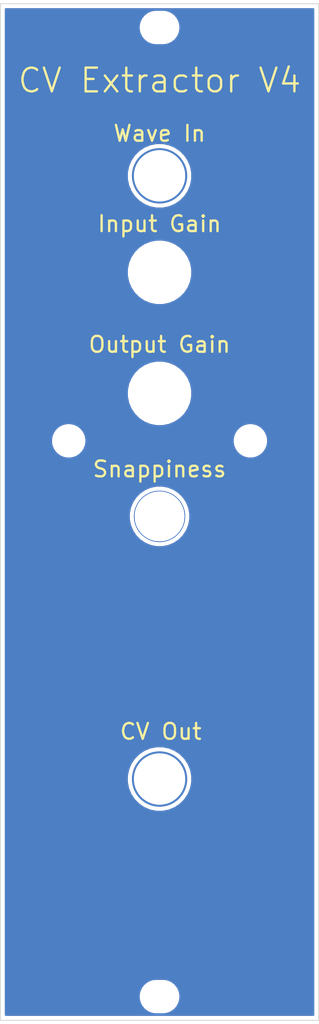
<source format=kicad_pcb>
(kicad_pcb (version 20171130) (host pcbnew 5.1.7-a382d34a8~88~ubuntu18.04.1)

  (general
    (thickness 1.6)
    (drawings 10)
    (tracks 0)
    (zones 0)
    (modules 9)
    (nets 1)
  )

  (page A4)
  (layers
    (0 F.Cu signal)
    (31 B.Cu signal)
    (32 B.Adhes user)
    (33 F.Adhes user)
    (34 B.Paste user)
    (35 F.Paste user)
    (36 B.SilkS user)
    (37 F.SilkS user)
    (38 B.Mask user)
    (39 F.Mask user)
    (40 Dwgs.User user)
    (41 Cmts.User user)
    (42 Eco1.User user)
    (43 Eco2.User user)
    (44 Edge.Cuts user)
    (45 Margin user)
    (46 B.CrtYd user)
    (47 F.CrtYd user)
    (48 B.Fab user)
    (49 F.Fab user)
  )

  (setup
    (last_trace_width 0.25)
    (trace_clearance 0.2)
    (zone_clearance 0.508)
    (zone_45_only no)
    (trace_min 0.2)
    (via_size 0.8)
    (via_drill 0.4)
    (via_min_size 0.4)
    (via_min_drill 0.3)
    (uvia_size 0.3)
    (uvia_drill 0.1)
    (uvias_allowed no)
    (uvia_min_size 0.2)
    (uvia_min_drill 0.1)
    (edge_width 0.05)
    (segment_width 0.2)
    (pcb_text_width 0.3)
    (pcb_text_size 1.5 1.5)
    (mod_edge_width 0.12)
    (mod_text_size 1 1)
    (mod_text_width 0.15)
    (pad_size 1.524 1.524)
    (pad_drill 0.762)
    (pad_to_mask_clearance 0)
    (aux_axis_origin 0 0)
    (visible_elements FFFFFF7F)
    (pcbplotparams
      (layerselection 0x010fc_ffffffff)
      (usegerberextensions false)
      (usegerberattributes true)
      (usegerberadvancedattributes true)
      (creategerberjobfile true)
      (excludeedgelayer true)
      (linewidth 0.100000)
      (plotframeref false)
      (viasonmask false)
      (mode 1)
      (useauxorigin false)
      (hpglpennumber 1)
      (hpglpenspeed 20)
      (hpglpendiameter 15.000000)
      (psnegative false)
      (psa4output false)
      (plotreference true)
      (plotvalue true)
      (plotinvisibletext false)
      (padsonsilk false)
      (subtractmaskfromsilk false)
      (outputformat 1)
      (mirror false)
      (drillshape 0)
      (scaleselection 1)
      (outputdirectory "gerbers-front-panel/"))
  )

  (net 0 "")

  (net_class Default "This is the default net class."
    (clearance 0.2)
    (trace_width 0.25)
    (via_dia 0.8)
    (via_drill 0.4)
    (uvia_dia 0.3)
    (uvia_drill 0.1)
  )

  (module MountingHole:MountingHole_3.2mm_M3 (layer F.Cu) (tedit 56D1B4CB) (tstamp 625FC264)
    (at 88.5 61)
    (descr "Mounting Hole 3.2mm, no annular, M3")
    (tags "mounting hole 3.2mm no annular m3")
    (attr virtual)
    (fp_text reference REF** (at 0 -4.2) (layer F.SilkS) hide
      (effects (font (size 1 1) (thickness 0.15)))
    )
    (fp_text value MountingHole_3.2mm_M3 (at 0 4.2) (layer F.Fab) hide
      (effects (font (size 1 1) (thickness 0.15)))
    )
    (fp_circle (center 0 0) (end 3.45 0) (layer F.CrtYd) (width 0.05))
    (fp_circle (center 0 0) (end 3.2 0) (layer Cmts.User) (width 0.15))
    (fp_text user %R (at 0.3 0) (layer F.Fab) hide
      (effects (font (size 1 1) (thickness 0.15)))
    )
    (pad 1 np_thru_hole circle (at 0 0) (size 3.2 3.2) (drill 3.2) (layers *.Cu *.Mask))
  )

  (module MountingHole:MountingHole_3.2mm_M3 (layer F.Cu) (tedit 56D1B4CB) (tstamp 625FC219)
    (at 111.5 61)
    (descr "Mounting Hole 3.2mm, no annular, M3")
    (tags "mounting hole 3.2mm no annular m3")
    (attr virtual)
    (fp_text reference REF** (at 0 -4.2) (layer F.SilkS) hide
      (effects (font (size 1 1) (thickness 0.15)))
    )
    (fp_text value MountingHole_3.2mm_M3 (at 0 4.2) (layer F.Fab) hide
      (effects (font (size 1 1) (thickness 0.15)))
    )
    (fp_text user %R (at 0.3 0) (layer F.Fab) hide
      (effects (font (size 1 1) (thickness 0.15)))
    )
    (fp_circle (center 0 0) (end 3.2 0) (layer Cmts.User) (width 0.15))
    (fp_circle (center 0 0) (end 3.45 0) (layer F.CrtYd) (width 0.05))
    (pad 1 np_thru_hole circle (at 0 0) (size 3.2 3.2) (drill 3.2) (layers *.Cu *.Mask))
  )

  (module MountingHole_7.0mm_PTV09 (layer F.Cu) (tedit 60599206) (tstamp 62600B10)
    (at 100 55)
    (descr "Mounting Hole 6.4mm, no annular, M6")
    (tags "mounting hole 6.4mm no annular m6")
    (attr virtual)
    (fp_text reference "" (at 0 -7.4) (layer F.SilkS) hide
      (effects (font (size 1 1) (thickness 0.15)))
    )
    (fp_text value "" (at 0 7.4) (layer F.Fab) hide
      (effects (font (size 1 1) (thickness 0.15)))
    )
    (fp_circle (center 0 0) (end 7.4 0) (layer Cmts.User) (width 0.15))
    (fp_circle (center 0 0) (end 7.65 0) (layer F.CrtYd) (width 0.05))
    (fp_text user %R (at 0.3 0) (layer F.Fab) hide
      (effects (font (size 1 1) (thickness 0.15)))
    )
    (pad "" np_thru_hole circle (at 0 0) (size 7 7) (drill 7) (layers *.Cu *.Mask))
  )

  (module MountingHole_7.0mm_PTV09 (layer F.Cu) (tedit 60599206) (tstamp 62600A6B)
    (at 100 39.7)
    (descr "Mounting Hole 6.4mm, no annular, M6")
    (tags "mounting hole 6.4mm no annular m6")
    (attr virtual)
    (fp_text reference "" (at 0 -7.4) (layer F.SilkS) hide
      (effects (font (size 1 1) (thickness 0.15)))
    )
    (fp_text value "" (at 0 7.4) (layer F.Fab) hide
      (effects (font (size 1 1) (thickness 0.15)))
    )
    (fp_circle (center 0 0) (end 7.4 0) (layer Cmts.User) (width 0.15))
    (fp_circle (center 0 0) (end 7.65 0) (layer F.CrtYd) (width 0.05))
    (fp_text user %R (at 0.3 0) (layer F.Fab) hide
      (effects (font (size 1 1) (thickness 0.15)))
    )
    (pad "" np_thru_hole circle (at 0 0) (size 7 7) (drill 7) (layers *.Cu *.Mask))
  )

  (module MountingHole-dual-pot-P120 (layer F.Cu) (tedit 6178FCE0) (tstamp 626009C9)
    (at 100 80.55)
    (fp_text reference "" (at 0.3 -5.9) (layer F.SilkS)
      (effects (font (size 1 1) (thickness 0.15)))
    )
    (fp_text value "" (at -0.127 -15.24) (layer F.Fab)
      (effects (font (size 1 1) (thickness 0.15)))
    )
    (pad 1 thru_hole circle (at 0 -10) (size 6.5 6.5) (drill 6.3) (layers *.Cu *.Mask))
  )

  (module MountingHole-mono-jack-thonk (layer F.Cu) (tedit 625F5972) (tstamp 62600919)
    (at 100 27.5 180)
    (fp_text reference "" (at -0.1 -2.7 180) (layer F.SilkS)
      (effects (font (size 1 1) (thickness 0.15)))
    )
    (fp_text value "" (at 0.9 2.4) (layer F.Fab) hide
      (effects (font (size 1 1) (thickness 0.15)))
    )
    (pad "" thru_hole circle (at 0 0 180) (size 7 7) (drill 6.5) (layers *.Cu *.Mask))
  )

  (module MountingHole-mono-jack-thonk (layer F.Cu) (tedit 625F5972) (tstamp 62600869)
    (at 100 103.75 180)
    (fp_text reference "" (at -0.1 -2.7 180) (layer F.SilkS)
      (effects (font (size 1 1) (thickness 0.15)))
    )
    (fp_text value "" (at 0.9 2.4) (layer F.Fab) hide
      (effects (font (size 1 1) (thickness 0.15)))
    )
    (pad "" thru_hole circle (at 0 0 180) (size 7 7) (drill 6.5) (layers *.Cu *.Mask))
  )

  (module MountingHole_M3_slot (layer F.Cu) (tedit 60591B00) (tstamp 626007B6)
    (at 100 8.75)
    (descr "Mounting Hole 3.2mm, no annular, M3")
    (tags "mounting hole 3.2mm no annular m3")
    (attr virtual)
    (fp_text reference "" (at 0 -4.2) (layer F.SilkS) hide
      (effects (font (size 1 1) (thickness 0.15)))
    )
    (fp_text value "" (at 0 4.2) (layer F.Fab) hide
      (effects (font (size 1 1) (thickness 0.15)))
    )
    (fp_circle (center 0 0) (end 3.2 0) (layer Cmts.User) (width 0.15))
    (fp_circle (center 0 0) (end 3.45 0) (layer F.CrtYd) (width 0.05))
    (fp_text user %R (at 0.3 0) (layer F.Fab) hide
      (effects (font (size 1 1) (thickness 0.15)))
    )
    (pad "" np_thru_hole oval (at 0 0) (size 4 3.200001) (drill oval 4 3.200001) (layers *.Cu *.Mask))
  )

  (module MountingHole_M3_slot (layer F.Cu) (tedit 60591B00) (tstamp 62600711)
    (at 100 131.25)
    (descr "Mounting Hole 3.2mm, no annular, M3")
    (tags "mounting hole 3.2mm no annular m3")
    (attr virtual)
    (fp_text reference "" (at 0 -4.2) (layer F.SilkS) hide
      (effects (font (size 1 1) (thickness 0.15)))
    )
    (fp_text value "" (at 0 4.2) (layer F.Fab) hide
      (effects (font (size 1 1) (thickness 0.15)))
    )
    (fp_circle (center 0 0) (end 3.2 0) (layer Cmts.User) (width 0.15))
    (fp_circle (center 0 0) (end 3.45 0) (layer F.CrtYd) (width 0.05))
    (fp_text user %R (at 0.3 0) (layer F.Fab) hide
      (effects (font (size 1 1) (thickness 0.15)))
    )
    (pad "" np_thru_hole oval (at 0 0) (size 4 3.200001) (drill oval 4 3.200001) (layers *.Cu *.Mask))
  )

  (gr_text "CV Extractor V4" (at 100 15.45) (layer F.SilkS)
    (effects (font (size 3 3) (thickness 0.3)))
  )
  (gr_text "CV Out" (at 100.15 97.75) (layer F.SilkS) (tstamp 625F59F8)
    (effects (font (size 2 2) (thickness 0.3)))
  )
  (gr_text Snappiness (at 100 64.575) (layer F.SilkS) (tstamp 625F59F5)
    (effects (font (size 2 2) (thickness 0.3)))
  )
  (gr_text "Output Gain" (at 100 48.825) (layer F.SilkS) (tstamp 625F59E3)
    (effects (font (size 2 2) (thickness 0.3)))
  )
  (gr_text "Input Gain" (at 100 33.575) (layer F.SilkS) (tstamp 625F59DA)
    (effects (font (size 2 2) (thickness 0.3)))
  )
  (gr_text "Wave In" (at 100 22.15) (layer F.SilkS)
    (effects (font (size 2 2) (thickness 0.3)))
  )
  (gr_line (start 79.85 134.25) (end 79.85 5.75) (layer Edge.Cuts) (width 0.1))
  (gr_line (start 120.15 134.25) (end 79.85 134.25) (layer Edge.Cuts) (width 0.1))
  (gr_line (start 120.15 5.75) (end 120.15 134.25) (layer Edge.Cuts) (width 0.1))
  (gr_line (start 79.85 5.75) (end 120.15 5.75) (layer Edge.Cuts) (width 0.1))

  (zone (net 0) (net_name "") (layer F.Cu) (tstamp 0) (hatch edge 0.508)
    (connect_pads (clearance 0.508))
    (min_thickness 0.254)
    (fill yes (arc_segments 32) (thermal_gap 0.508) (thermal_bridge_width 0.508))
    (polygon
      (pts
        (xy 79.799999 5.699999) (xy 120.200001 5.699999) (xy 120.200001 134.300001) (xy 79.799999 134.300001)
      )
    )
    (filled_polygon
      (pts
        (xy 119.465001 133.565) (xy 80.535 133.565) (xy 80.535 131.25) (xy 97.354186 131.25) (xy 97.397339 131.688137)
        (xy 97.525138 132.109436) (xy 97.732674 132.497707) (xy 98.01197 132.83803) (xy 98.352293 133.117326) (xy 98.740564 133.324862)
        (xy 99.161863 133.452661) (xy 99.490204 133.485) (xy 100.509796 133.485) (xy 100.838137 133.452661) (xy 101.259436 133.324862)
        (xy 101.647707 133.117326) (xy 101.98803 132.83803) (xy 102.267326 132.497707) (xy 102.474862 132.109436) (xy 102.602661 131.688137)
        (xy 102.645814 131.25) (xy 102.602661 130.811863) (xy 102.474862 130.390564) (xy 102.267326 130.002293) (xy 101.98803 129.66197)
        (xy 101.647707 129.382674) (xy 101.259436 129.175138) (xy 100.838137 129.047339) (xy 100.509796 129.015) (xy 99.490204 129.015)
        (xy 99.161863 129.047339) (xy 98.740564 129.175138) (xy 98.352293 129.382674) (xy 98.01197 129.66197) (xy 97.732674 130.002293)
        (xy 97.525138 130.390564) (xy 97.397339 130.811863) (xy 97.354186 131.25) (xy 80.535 131.25) (xy 80.535 103.342738)
        (xy 95.865 103.342738) (xy 95.865 104.157262) (xy 96.023906 104.956135) (xy 96.335611 105.708657) (xy 96.788136 106.385909)
        (xy 97.364091 106.961864) (xy 98.041343 107.414389) (xy 98.793865 107.726094) (xy 99.592738 107.885) (xy 100.407262 107.885)
        (xy 101.206135 107.726094) (xy 101.958657 107.414389) (xy 102.635909 106.961864) (xy 103.211864 106.385909) (xy 103.664389 105.708657)
        (xy 103.976094 104.956135) (xy 104.135 104.157262) (xy 104.135 103.342738) (xy 103.976094 102.543865) (xy 103.664389 101.791343)
        (xy 103.211864 101.114091) (xy 102.635909 100.538136) (xy 101.958657 100.085611) (xy 101.206135 99.773906) (xy 100.407262 99.615)
        (xy 99.592738 99.615) (xy 98.793865 99.773906) (xy 98.041343 100.085611) (xy 97.364091 100.538136) (xy 96.788136 101.114091)
        (xy 96.335611 101.791343) (xy 96.023906 102.543865) (xy 95.865 103.342738) (xy 80.535 103.342738) (xy 80.535 70.167361)
        (xy 96.115 70.167361) (xy 96.115 70.932639) (xy 96.264298 71.683213) (xy 96.557158 72.390238) (xy 96.982323 73.026543)
        (xy 97.523457 73.567677) (xy 98.159762 73.992842) (xy 98.866787 74.285702) (xy 99.617361 74.435) (xy 100.382639 74.435)
        (xy 101.133213 74.285702) (xy 101.840238 73.992842) (xy 102.476543 73.567677) (xy 103.017677 73.026543) (xy 103.442842 72.390238)
        (xy 103.735702 71.683213) (xy 103.885 70.932639) (xy 103.885 70.167361) (xy 103.735702 69.416787) (xy 103.442842 68.709762)
        (xy 103.017677 68.073457) (xy 102.476543 67.532323) (xy 101.840238 67.107158) (xy 101.133213 66.814298) (xy 100.382639 66.665)
        (xy 99.617361 66.665) (xy 98.866787 66.814298) (xy 98.159762 67.107158) (xy 97.523457 67.532323) (xy 96.982323 68.073457)
        (xy 96.557158 68.709762) (xy 96.264298 69.416787) (xy 96.115 70.167361) (xy 80.535 70.167361) (xy 80.535 60.779872)
        (xy 86.265 60.779872) (xy 86.265 61.220128) (xy 86.35089 61.651925) (xy 86.519369 62.058669) (xy 86.763962 62.424729)
        (xy 87.075271 62.736038) (xy 87.441331 62.980631) (xy 87.848075 63.14911) (xy 88.279872 63.235) (xy 88.720128 63.235)
        (xy 89.151925 63.14911) (xy 89.558669 62.980631) (xy 89.924729 62.736038) (xy 90.236038 62.424729) (xy 90.480631 62.058669)
        (xy 90.64911 61.651925) (xy 90.735 61.220128) (xy 90.735 60.779872) (xy 109.265 60.779872) (xy 109.265 61.220128)
        (xy 109.35089 61.651925) (xy 109.519369 62.058669) (xy 109.763962 62.424729) (xy 110.075271 62.736038) (xy 110.441331 62.980631)
        (xy 110.848075 63.14911) (xy 111.279872 63.235) (xy 111.720128 63.235) (xy 112.151925 63.14911) (xy 112.558669 62.980631)
        (xy 112.924729 62.736038) (xy 113.236038 62.424729) (xy 113.480631 62.058669) (xy 113.64911 61.651925) (xy 113.735 61.220128)
        (xy 113.735 60.779872) (xy 113.64911 60.348075) (xy 113.480631 59.941331) (xy 113.236038 59.575271) (xy 112.924729 59.263962)
        (xy 112.558669 59.019369) (xy 112.151925 58.85089) (xy 111.720128 58.765) (xy 111.279872 58.765) (xy 110.848075 58.85089)
        (xy 110.441331 59.019369) (xy 110.075271 59.263962) (xy 109.763962 59.575271) (xy 109.519369 59.941331) (xy 109.35089 60.348075)
        (xy 109.265 60.779872) (xy 90.735 60.779872) (xy 90.64911 60.348075) (xy 90.480631 59.941331) (xy 90.236038 59.575271)
        (xy 89.924729 59.263962) (xy 89.558669 59.019369) (xy 89.151925 58.85089) (xy 88.720128 58.765) (xy 88.279872 58.765)
        (xy 87.848075 58.85089) (xy 87.441331 59.019369) (xy 87.075271 59.263962) (xy 86.763962 59.575271) (xy 86.519369 59.941331)
        (xy 86.35089 60.348075) (xy 86.265 60.779872) (xy 80.535 60.779872) (xy 80.535 54.592738) (xy 95.865 54.592738)
        (xy 95.865 55.407262) (xy 96.023906 56.206135) (xy 96.335611 56.958657) (xy 96.788136 57.635909) (xy 97.364091 58.211864)
        (xy 98.041343 58.664389) (xy 98.793865 58.976094) (xy 99.592738 59.135) (xy 100.407262 59.135) (xy 101.206135 58.976094)
        (xy 101.958657 58.664389) (xy 102.635909 58.211864) (xy 103.211864 57.635909) (xy 103.664389 56.958657) (xy 103.976094 56.206135)
        (xy 104.135 55.407262) (xy 104.135 54.592738) (xy 103.976094 53.793865) (xy 103.664389 53.041343) (xy 103.211864 52.364091)
        (xy 102.635909 51.788136) (xy 101.958657 51.335611) (xy 101.206135 51.023906) (xy 100.407262 50.865) (xy 99.592738 50.865)
        (xy 98.793865 51.023906) (xy 98.041343 51.335611) (xy 97.364091 51.788136) (xy 96.788136 52.364091) (xy 96.335611 53.041343)
        (xy 96.023906 53.793865) (xy 95.865 54.592738) (xy 80.535 54.592738) (xy 80.535 39.292738) (xy 95.865 39.292738)
        (xy 95.865 40.107262) (xy 96.023906 40.906135) (xy 96.335611 41.658657) (xy 96.788136 42.335909) (xy 97.364091 42.911864)
        (xy 98.041343 43.364389) (xy 98.793865 43.676094) (xy 99.592738 43.835) (xy 100.407262 43.835) (xy 101.206135 43.676094)
        (xy 101.958657 43.364389) (xy 102.635909 42.911864) (xy 103.211864 42.335909) (xy 103.664389 41.658657) (xy 103.976094 40.906135)
        (xy 104.135 40.107262) (xy 104.135 39.292738) (xy 103.976094 38.493865) (xy 103.664389 37.741343) (xy 103.211864 37.064091)
        (xy 102.635909 36.488136) (xy 101.958657 36.035611) (xy 101.206135 35.723906) (xy 100.407262 35.565) (xy 99.592738 35.565)
        (xy 98.793865 35.723906) (xy 98.041343 36.035611) (xy 97.364091 36.488136) (xy 96.788136 37.064091) (xy 96.335611 37.741343)
        (xy 96.023906 38.493865) (xy 95.865 39.292738) (xy 80.535 39.292738) (xy 80.535 27.092738) (xy 95.865 27.092738)
        (xy 95.865 27.907262) (xy 96.023906 28.706135) (xy 96.335611 29.458657) (xy 96.788136 30.135909) (xy 97.364091 30.711864)
        (xy 98.041343 31.164389) (xy 98.793865 31.476094) (xy 99.592738 31.635) (xy 100.407262 31.635) (xy 101.206135 31.476094)
        (xy 101.958657 31.164389) (xy 102.635909 30.711864) (xy 103.211864 30.135909) (xy 103.664389 29.458657) (xy 103.976094 28.706135)
        (xy 104.135 27.907262) (xy 104.135 27.092738) (xy 103.976094 26.293865) (xy 103.664389 25.541343) (xy 103.211864 24.864091)
        (xy 102.635909 24.288136) (xy 101.958657 23.835611) (xy 101.206135 23.523906) (xy 100.407262 23.365) (xy 99.592738 23.365)
        (xy 98.793865 23.523906) (xy 98.041343 23.835611) (xy 97.364091 24.288136) (xy 96.788136 24.864091) (xy 96.335611 25.541343)
        (xy 96.023906 26.293865) (xy 95.865 27.092738) (xy 80.535 27.092738) (xy 80.535 8.75) (xy 97.354186 8.75)
        (xy 97.397339 9.188137) (xy 97.525138 9.609436) (xy 97.732674 9.997707) (xy 98.01197 10.33803) (xy 98.352293 10.617326)
        (xy 98.740564 10.824862) (xy 99.161863 10.952661) (xy 99.490204 10.985) (xy 100.509796 10.985) (xy 100.838137 10.952661)
        (xy 101.259436 10.824862) (xy 101.647707 10.617326) (xy 101.98803 10.33803) (xy 102.267326 9.997707) (xy 102.474862 9.609436)
        (xy 102.602661 9.188137) (xy 102.645814 8.75) (xy 102.602661 8.311863) (xy 102.474862 7.890564) (xy 102.267326 7.502293)
        (xy 101.98803 7.16197) (xy 101.647707 6.882674) (xy 101.259436 6.675138) (xy 100.838137 6.547339) (xy 100.509796 6.515)
        (xy 99.490204 6.515) (xy 99.161863 6.547339) (xy 98.740564 6.675138) (xy 98.352293 6.882674) (xy 98.01197 7.16197)
        (xy 97.732674 7.502293) (xy 97.525138 7.890564) (xy 97.397339 8.311863) (xy 97.354186 8.75) (xy 80.535 8.75)
        (xy 80.535 6.435) (xy 119.465 6.435)
      )
    )
  )
  (zone (net 0) (net_name "") (layer B.Cu) (tstamp 0) (hatch edge 0.508)
    (connect_pads (clearance 0.508))
    (min_thickness 0.254)
    (fill yes (arc_segments 32) (thermal_gap 0.508) (thermal_bridge_width 0.508))
    (polygon
      (pts
        (xy 79.799999 5.699999) (xy 120.200001 5.699999) (xy 120.200001 134.300001) (xy 79.799999 134.300001)
      )
    )
    (filled_polygon
      (pts
        (xy 119.465001 133.565) (xy 80.535 133.565) (xy 80.535 131.25) (xy 97.354186 131.25) (xy 97.397339 131.688137)
        (xy 97.525138 132.109436) (xy 97.732674 132.497707) (xy 98.01197 132.83803) (xy 98.352293 133.117326) (xy 98.740564 133.324862)
        (xy 99.161863 133.452661) (xy 99.490204 133.485) (xy 100.509796 133.485) (xy 100.838137 133.452661) (xy 101.259436 133.324862)
        (xy 101.647707 133.117326) (xy 101.98803 132.83803) (xy 102.267326 132.497707) (xy 102.474862 132.109436) (xy 102.602661 131.688137)
        (xy 102.645814 131.25) (xy 102.602661 130.811863) (xy 102.474862 130.390564) (xy 102.267326 130.002293) (xy 101.98803 129.66197)
        (xy 101.647707 129.382674) (xy 101.259436 129.175138) (xy 100.838137 129.047339) (xy 100.509796 129.015) (xy 99.490204 129.015)
        (xy 99.161863 129.047339) (xy 98.740564 129.175138) (xy 98.352293 129.382674) (xy 98.01197 129.66197) (xy 97.732674 130.002293)
        (xy 97.525138 130.390564) (xy 97.397339 130.811863) (xy 97.354186 131.25) (xy 80.535 131.25) (xy 80.535 103.342738)
        (xy 95.865 103.342738) (xy 95.865 104.157262) (xy 96.023906 104.956135) (xy 96.335611 105.708657) (xy 96.788136 106.385909)
        (xy 97.364091 106.961864) (xy 98.041343 107.414389) (xy 98.793865 107.726094) (xy 99.592738 107.885) (xy 100.407262 107.885)
        (xy 101.206135 107.726094) (xy 101.958657 107.414389) (xy 102.635909 106.961864) (xy 103.211864 106.385909) (xy 103.664389 105.708657)
        (xy 103.976094 104.956135) (xy 104.135 104.157262) (xy 104.135 103.342738) (xy 103.976094 102.543865) (xy 103.664389 101.791343)
        (xy 103.211864 101.114091) (xy 102.635909 100.538136) (xy 101.958657 100.085611) (xy 101.206135 99.773906) (xy 100.407262 99.615)
        (xy 99.592738 99.615) (xy 98.793865 99.773906) (xy 98.041343 100.085611) (xy 97.364091 100.538136) (xy 96.788136 101.114091)
        (xy 96.335611 101.791343) (xy 96.023906 102.543865) (xy 95.865 103.342738) (xy 80.535 103.342738) (xy 80.535 70.167361)
        (xy 96.115 70.167361) (xy 96.115 70.932639) (xy 96.264298 71.683213) (xy 96.557158 72.390238) (xy 96.982323 73.026543)
        (xy 97.523457 73.567677) (xy 98.159762 73.992842) (xy 98.866787 74.285702) (xy 99.617361 74.435) (xy 100.382639 74.435)
        (xy 101.133213 74.285702) (xy 101.840238 73.992842) (xy 102.476543 73.567677) (xy 103.017677 73.026543) (xy 103.442842 72.390238)
        (xy 103.735702 71.683213) (xy 103.885 70.932639) (xy 103.885 70.167361) (xy 103.735702 69.416787) (xy 103.442842 68.709762)
        (xy 103.017677 68.073457) (xy 102.476543 67.532323) (xy 101.840238 67.107158) (xy 101.133213 66.814298) (xy 100.382639 66.665)
        (xy 99.617361 66.665) (xy 98.866787 66.814298) (xy 98.159762 67.107158) (xy 97.523457 67.532323) (xy 96.982323 68.073457)
        (xy 96.557158 68.709762) (xy 96.264298 69.416787) (xy 96.115 70.167361) (xy 80.535 70.167361) (xy 80.535 60.779872)
        (xy 86.265 60.779872) (xy 86.265 61.220128) (xy 86.35089 61.651925) (xy 86.519369 62.058669) (xy 86.763962 62.424729)
        (xy 87.075271 62.736038) (xy 87.441331 62.980631) (xy 87.848075 63.14911) (xy 88.279872 63.235) (xy 88.720128 63.235)
        (xy 89.151925 63.14911) (xy 89.558669 62.980631) (xy 89.924729 62.736038) (xy 90.236038 62.424729) (xy 90.480631 62.058669)
        (xy 90.64911 61.651925) (xy 90.735 61.220128) (xy 90.735 60.779872) (xy 109.265 60.779872) (xy 109.265 61.220128)
        (xy 109.35089 61.651925) (xy 109.519369 62.058669) (xy 109.763962 62.424729) (xy 110.075271 62.736038) (xy 110.441331 62.980631)
        (xy 110.848075 63.14911) (xy 111.279872 63.235) (xy 111.720128 63.235) (xy 112.151925 63.14911) (xy 112.558669 62.980631)
        (xy 112.924729 62.736038) (xy 113.236038 62.424729) (xy 113.480631 62.058669) (xy 113.64911 61.651925) (xy 113.735 61.220128)
        (xy 113.735 60.779872) (xy 113.64911 60.348075) (xy 113.480631 59.941331) (xy 113.236038 59.575271) (xy 112.924729 59.263962)
        (xy 112.558669 59.019369) (xy 112.151925 58.85089) (xy 111.720128 58.765) (xy 111.279872 58.765) (xy 110.848075 58.85089)
        (xy 110.441331 59.019369) (xy 110.075271 59.263962) (xy 109.763962 59.575271) (xy 109.519369 59.941331) (xy 109.35089 60.348075)
        (xy 109.265 60.779872) (xy 90.735 60.779872) (xy 90.64911 60.348075) (xy 90.480631 59.941331) (xy 90.236038 59.575271)
        (xy 89.924729 59.263962) (xy 89.558669 59.019369) (xy 89.151925 58.85089) (xy 88.720128 58.765) (xy 88.279872 58.765)
        (xy 87.848075 58.85089) (xy 87.441331 59.019369) (xy 87.075271 59.263962) (xy 86.763962 59.575271) (xy 86.519369 59.941331)
        (xy 86.35089 60.348075) (xy 86.265 60.779872) (xy 80.535 60.779872) (xy 80.535 54.592738) (xy 95.865 54.592738)
        (xy 95.865 55.407262) (xy 96.023906 56.206135) (xy 96.335611 56.958657) (xy 96.788136 57.635909) (xy 97.364091 58.211864)
        (xy 98.041343 58.664389) (xy 98.793865 58.976094) (xy 99.592738 59.135) (xy 100.407262 59.135) (xy 101.206135 58.976094)
        (xy 101.958657 58.664389) (xy 102.635909 58.211864) (xy 103.211864 57.635909) (xy 103.664389 56.958657) (xy 103.976094 56.206135)
        (xy 104.135 55.407262) (xy 104.135 54.592738) (xy 103.976094 53.793865) (xy 103.664389 53.041343) (xy 103.211864 52.364091)
        (xy 102.635909 51.788136) (xy 101.958657 51.335611) (xy 101.206135 51.023906) (xy 100.407262 50.865) (xy 99.592738 50.865)
        (xy 98.793865 51.023906) (xy 98.041343 51.335611) (xy 97.364091 51.788136) (xy 96.788136 52.364091) (xy 96.335611 53.041343)
        (xy 96.023906 53.793865) (xy 95.865 54.592738) (xy 80.535 54.592738) (xy 80.535 39.292738) (xy 95.865 39.292738)
        (xy 95.865 40.107262) (xy 96.023906 40.906135) (xy 96.335611 41.658657) (xy 96.788136 42.335909) (xy 97.364091 42.911864)
        (xy 98.041343 43.364389) (xy 98.793865 43.676094) (xy 99.592738 43.835) (xy 100.407262 43.835) (xy 101.206135 43.676094)
        (xy 101.958657 43.364389) (xy 102.635909 42.911864) (xy 103.211864 42.335909) (xy 103.664389 41.658657) (xy 103.976094 40.906135)
        (xy 104.135 40.107262) (xy 104.135 39.292738) (xy 103.976094 38.493865) (xy 103.664389 37.741343) (xy 103.211864 37.064091)
        (xy 102.635909 36.488136) (xy 101.958657 36.035611) (xy 101.206135 35.723906) (xy 100.407262 35.565) (xy 99.592738 35.565)
        (xy 98.793865 35.723906) (xy 98.041343 36.035611) (xy 97.364091 36.488136) (xy 96.788136 37.064091) (xy 96.335611 37.741343)
        (xy 96.023906 38.493865) (xy 95.865 39.292738) (xy 80.535 39.292738) (xy 80.535 27.092738) (xy 95.865 27.092738)
        (xy 95.865 27.907262) (xy 96.023906 28.706135) (xy 96.335611 29.458657) (xy 96.788136 30.135909) (xy 97.364091 30.711864)
        (xy 98.041343 31.164389) (xy 98.793865 31.476094) (xy 99.592738 31.635) (xy 100.407262 31.635) (xy 101.206135 31.476094)
        (xy 101.958657 31.164389) (xy 102.635909 30.711864) (xy 103.211864 30.135909) (xy 103.664389 29.458657) (xy 103.976094 28.706135)
        (xy 104.135 27.907262) (xy 104.135 27.092738) (xy 103.976094 26.293865) (xy 103.664389 25.541343) (xy 103.211864 24.864091)
        (xy 102.635909 24.288136) (xy 101.958657 23.835611) (xy 101.206135 23.523906) (xy 100.407262 23.365) (xy 99.592738 23.365)
        (xy 98.793865 23.523906) (xy 98.041343 23.835611) (xy 97.364091 24.288136) (xy 96.788136 24.864091) (xy 96.335611 25.541343)
        (xy 96.023906 26.293865) (xy 95.865 27.092738) (xy 80.535 27.092738) (xy 80.535 8.75) (xy 97.354186 8.75)
        (xy 97.397339 9.188137) (xy 97.525138 9.609436) (xy 97.732674 9.997707) (xy 98.01197 10.33803) (xy 98.352293 10.617326)
        (xy 98.740564 10.824862) (xy 99.161863 10.952661) (xy 99.490204 10.985) (xy 100.509796 10.985) (xy 100.838137 10.952661)
        (xy 101.259436 10.824862) (xy 101.647707 10.617326) (xy 101.98803 10.33803) (xy 102.267326 9.997707) (xy 102.474862 9.609436)
        (xy 102.602661 9.188137) (xy 102.645814 8.75) (xy 102.602661 8.311863) (xy 102.474862 7.890564) (xy 102.267326 7.502293)
        (xy 101.98803 7.16197) (xy 101.647707 6.882674) (xy 101.259436 6.675138) (xy 100.838137 6.547339) (xy 100.509796 6.515)
        (xy 99.490204 6.515) (xy 99.161863 6.547339) (xy 98.740564 6.675138) (xy 98.352293 6.882674) (xy 98.01197 7.16197)
        (xy 97.732674 7.502293) (xy 97.525138 7.890564) (xy 97.397339 8.311863) (xy 97.354186 8.75) (xy 80.535 8.75)
        (xy 80.535 6.435) (xy 119.465 6.435)
      )
    )
  )
)

</source>
